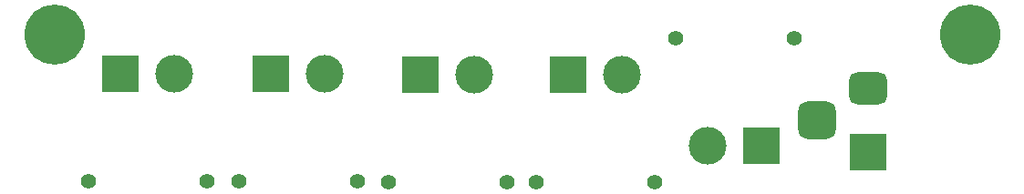
<source format=gts>
%TF.GenerationSoftware,KiCad,Pcbnew,8.0.4-8.0.4-0~ubuntu22.04.1*%
%TF.CreationDate,2024-08-14T23:01:59+09:00*%
%TF.ProjectId,pdb,7064622e-6b69-4636-9164-5f7063625858,rev?*%
%TF.SameCoordinates,Original*%
%TF.FileFunction,Soldermask,Top*%
%TF.FilePolarity,Negative*%
%FSLAX46Y46*%
G04 Gerber Fmt 4.6, Leading zero omitted, Abs format (unit mm)*
G04 Created by KiCad (PCBNEW 8.0.4-8.0.4-0~ubuntu22.04.1) date 2024-08-14 23:01:59*
%MOMM*%
%LPD*%
G01*
G04 APERTURE LIST*
G04 Aperture macros list*
%AMRoundRect*
0 Rectangle with rounded corners*
0 $1 Rounding radius*
0 $2 $3 $4 $5 $6 $7 $8 $9 X,Y pos of 4 corners*
0 Add a 4 corners polygon primitive as box body*
4,1,4,$2,$3,$4,$5,$6,$7,$8,$9,$2,$3,0*
0 Add four circle primitives for the rounded corners*
1,1,$1+$1,$2,$3*
1,1,$1+$1,$4,$5*
1,1,$1+$1,$6,$7*
1,1,$1+$1,$8,$9*
0 Add four rect primitives between the rounded corners*
20,1,$1+$1,$2,$3,$4,$5,0*
20,1,$1+$1,$4,$5,$6,$7,0*
20,1,$1+$1,$6,$7,$8,$9,0*
20,1,$1+$1,$8,$9,$2,$3,0*%
G04 Aperture macros list end*
%ADD10C,1.400000*%
%ADD11R,3.500000X3.500000*%
%ADD12C,3.500000*%
%ADD13C,3.600000*%
%ADD14C,5.600000*%
%ADD15RoundRect,0.750000X-1.000000X0.750000X-1.000000X-0.750000X1.000000X-0.750000X1.000000X0.750000X0*%
%ADD16RoundRect,0.875000X-0.875000X0.875000X-0.875000X-0.875000X0.875000X-0.875000X0.875000X0.875000X0*%
G04 APERTURE END LIST*
D10*
%TO.C,J3*%
X132060000Y-103000000D03*
X121060000Y-103000000D03*
D11*
X124060000Y-93000000D03*
D12*
X129060000Y-93000000D03*
%TD*%
D13*
%TO.C,H2*%
X175068400Y-89306400D03*
D14*
X175068400Y-89306400D03*
%TD*%
D13*
%TO.C,H1*%
X90068400Y-89306400D03*
D14*
X90068400Y-89306400D03*
%TD*%
D10*
%TO.C,J4*%
X118180000Y-102970000D03*
X107180000Y-102970000D03*
D11*
X110180000Y-92970000D03*
D12*
X115180000Y-92970000D03*
%TD*%
D11*
%TO.C,J6*%
X165587500Y-100275000D03*
D15*
X165587500Y-94275000D03*
D16*
X160887500Y-97275000D03*
%TD*%
D10*
%TO.C,J1*%
X147730000Y-89665000D03*
X158730000Y-89665000D03*
D11*
X155730000Y-99665000D03*
D12*
X150730000Y-99665000D03*
%TD*%
D10*
%TO.C,J2*%
X145780000Y-103000000D03*
X134780000Y-103000000D03*
D11*
X137780000Y-93000000D03*
D12*
X142780000Y-93000000D03*
%TD*%
D10*
%TO.C,J5*%
X104200000Y-102940000D03*
X93200000Y-102940000D03*
D11*
X96200000Y-92940000D03*
D12*
X101200000Y-92940000D03*
%TD*%
M02*

</source>
